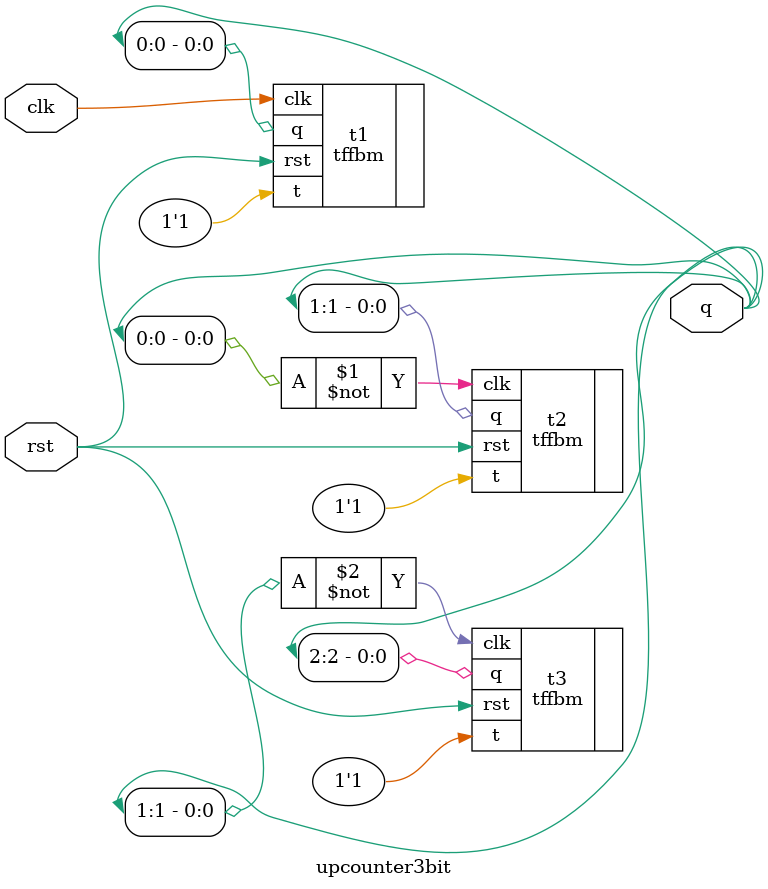
<source format=v>
module upcounter3bit (output [2:0]q, input rst,  clk);
	tffbm t1(.q(q[0]), .clk(clk), .rst(rst), .t(1'b1));
	tffbm t2(.q(q[1]), .clk(~q[0]), .rst(rst), .t(1'b1));
	tffbm t3(.q(q[2]), .clk(~q[1]), .rst(rst), .t(1'b1));
endmodule	
	
</source>
